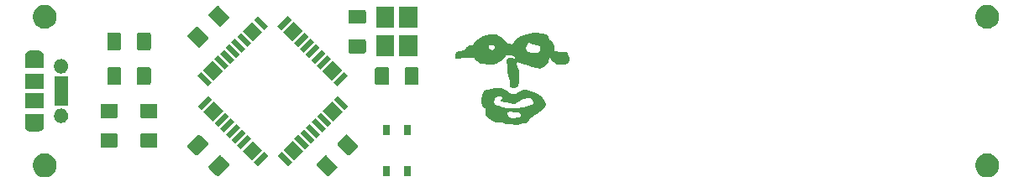
<source format=gbs>
G04 #@! TF.GenerationSoftware,KiCad,Pcbnew,(5.0.1-3-g963ef8bb5)*
G04 #@! TF.CreationDate,2019-09-07T00:25:15+09:00*
G04 #@! TF.ProjectId,switch42,73776974636834322E6B696361645F70,rev?*
G04 #@! TF.SameCoordinates,Original*
G04 #@! TF.FileFunction,Soldermask,Bot*
G04 #@! TF.FilePolarity,Negative*
%FSLAX46Y46*%
G04 Gerber Fmt 4.6, Leading zero omitted, Abs format (unit mm)*
G04 Created by KiCad (PCBNEW (5.0.1-3-g963ef8bb5)) date 2019 September 07, Saturday 00:25:15*
%MOMM*%
%LPD*%
G01*
G04 APERTURE LIST*
%ADD10C,0.010000*%
%ADD11C,0.100000*%
G04 APERTURE END LIST*
D10*
G04 #@! TO.C,G\002A\002A\002A*
G36*
X112474389Y-48718353D02*
X112229898Y-48747324D01*
X112196436Y-48752905D01*
X111829336Y-48832178D01*
X111500972Y-48936197D01*
X111211418Y-49064920D01*
X110960746Y-49218308D01*
X110749029Y-49396319D01*
X110576337Y-49598913D01*
X110508005Y-49703738D01*
X110460710Y-49780856D01*
X110421065Y-49830450D01*
X110378383Y-49856015D01*
X110321974Y-49861046D01*
X110241152Y-49849038D01*
X110135010Y-49825712D01*
X109997196Y-49790785D01*
X109892960Y-49753484D01*
X109809940Y-49706725D01*
X109735774Y-49643427D01*
X109658099Y-49556505D01*
X109651804Y-49548857D01*
X109491868Y-49378643D01*
X109303808Y-49219751D01*
X109099466Y-49080407D01*
X108890685Y-48968837D01*
X108722261Y-48903143D01*
X108513943Y-48856068D01*
X108300682Y-48846901D01*
X108071879Y-48875298D01*
X108043351Y-48881113D01*
X107742785Y-48962204D01*
X107453837Y-49074224D01*
X107182846Y-49213369D01*
X106936151Y-49375830D01*
X106720094Y-49557802D01*
X106541013Y-49755478D01*
X106503718Y-49805564D01*
X106402584Y-49947291D01*
X106217100Y-49971780D01*
X106073562Y-49999660D01*
X105943554Y-50041320D01*
X105902101Y-50059634D01*
X105827454Y-50101144D01*
X105769562Y-50148698D01*
X105714666Y-50215424D01*
X105670824Y-50280307D01*
X105618339Y-50355395D01*
X105570034Y-50414026D01*
X105534604Y-50445903D01*
X105528795Y-50448482D01*
X105453199Y-50467794D01*
X105352824Y-50491957D01*
X105239495Y-50518298D01*
X105125040Y-50544142D01*
X105021283Y-50566813D01*
X104940051Y-50583639D01*
X104896279Y-50591529D01*
X104821241Y-50612806D01*
X104755732Y-50647801D01*
X104753719Y-50649354D01*
X104702743Y-50710245D01*
X104661272Y-50798203D01*
X104631598Y-50900854D01*
X104616011Y-51005829D01*
X104616805Y-51100755D01*
X104636270Y-51173261D01*
X104652453Y-51196007D01*
X104701143Y-51221882D01*
X104782418Y-51233066D01*
X104898904Y-51229450D01*
X105053229Y-51210921D01*
X105248022Y-51177368D01*
X105292254Y-51168808D01*
X105421994Y-51144622D01*
X105532965Y-51127819D01*
X105639246Y-51117230D01*
X105754917Y-51111690D01*
X105894055Y-51110031D01*
X105996527Y-51110427D01*
X106131636Y-51110970D01*
X106255029Y-51110632D01*
X106357386Y-51109502D01*
X106429389Y-51107669D01*
X106456697Y-51106020D01*
X106493718Y-51105963D01*
X106523779Y-51120550D01*
X106555669Y-51157864D01*
X106598174Y-51225991D01*
X106611052Y-51248033D01*
X106708165Y-51398318D01*
X106808506Y-51522703D01*
X106906369Y-51614869D01*
X106987540Y-51665016D01*
X107095983Y-51700725D01*
X107241299Y-51732327D01*
X107414312Y-51759213D01*
X107605843Y-51780770D01*
X107806718Y-51796388D01*
X108007759Y-51805457D01*
X108199789Y-51807366D01*
X108373633Y-51801505D01*
X108520113Y-51787262D01*
X108600027Y-51772327D01*
X108794370Y-51706000D01*
X108994499Y-51603486D01*
X109190635Y-51472079D01*
X109373001Y-51319072D01*
X109531817Y-51151759D01*
X109650222Y-50989045D01*
X109732273Y-50856273D01*
X109884855Y-50856406D01*
X110034994Y-50863094D01*
X110185893Y-50881421D01*
X110328015Y-50909172D01*
X110451823Y-50944130D01*
X110547778Y-50984078D01*
X110603311Y-51023386D01*
X110643424Y-51081324D01*
X110673460Y-51151291D01*
X110688790Y-51217954D01*
X110684786Y-51265978D01*
X110679087Y-51274495D01*
X110647813Y-51284416D01*
X110580060Y-51285774D01*
X110472367Y-51278523D01*
X110392346Y-51270579D01*
X110231105Y-51257648D01*
X110106026Y-51258568D01*
X110008889Y-51274427D01*
X109931472Y-51306315D01*
X109885976Y-51337647D01*
X109843174Y-51400703D01*
X109822950Y-51498853D01*
X109825571Y-51626758D01*
X109851305Y-51779077D01*
X109861714Y-51821632D01*
X109882865Y-51913968D01*
X109897163Y-52006696D01*
X109905746Y-52112221D01*
X109909750Y-52242947D01*
X109910436Y-52353489D01*
X109910808Y-52481866D01*
X109913159Y-52581095D01*
X109919346Y-52663525D01*
X109931221Y-52741504D01*
X109950642Y-52827379D01*
X109979461Y-52933498D01*
X110017188Y-53064146D01*
X110059446Y-53212956D01*
X110089813Y-53331613D01*
X110110783Y-53433850D01*
X110124848Y-53533399D01*
X110134501Y-53643993D01*
X110140356Y-53742636D01*
X110147552Y-53860392D01*
X110155695Y-53963252D01*
X110163880Y-54041506D01*
X110171206Y-54085440D01*
X110172595Y-54089497D01*
X110215773Y-54140338D01*
X110294317Y-54174959D01*
X110412038Y-54194783D01*
X110464618Y-54198565D01*
X110563354Y-54201252D01*
X110634070Y-54194825D01*
X110694503Y-54176441D01*
X110741709Y-54154150D01*
X110828154Y-54094857D01*
X110887953Y-54013404D01*
X110896523Y-53996636D01*
X110936379Y-53887119D01*
X110969892Y-53736659D01*
X110996462Y-53550136D01*
X111015488Y-53332431D01*
X111026369Y-53088424D01*
X111028772Y-52922909D01*
X111030345Y-52484182D01*
X110929049Y-52322749D01*
X110849884Y-52182163D01*
X110789562Y-52045500D01*
X110752253Y-51923507D01*
X110741745Y-51839794D01*
X110754582Y-51762999D01*
X110787067Y-51681512D01*
X110830262Y-51614364D01*
X110860439Y-51587059D01*
X110889694Y-51581474D01*
X110939839Y-51591582D01*
X111017296Y-51619332D01*
X111128489Y-51666672D01*
X111140748Y-51672129D01*
X111339176Y-51750041D01*
X111551208Y-51815247D01*
X111645473Y-51838275D01*
X111752879Y-51864814D01*
X111891307Y-51903207D01*
X112048294Y-51949766D01*
X112211376Y-52000800D01*
X112358072Y-52049209D01*
X112524272Y-52104745D01*
X112655725Y-52146137D01*
X112760892Y-52175549D01*
X112848231Y-52195147D01*
X112926203Y-52207096D01*
X112999349Y-52213338D01*
X113097778Y-52217613D01*
X113167713Y-52214513D01*
X113226647Y-52200893D01*
X113292074Y-52173605D01*
X113334167Y-52153120D01*
X113482747Y-52066273D01*
X113623089Y-51959819D01*
X113749348Y-51840476D01*
X113855680Y-51714965D01*
X113936240Y-51590006D01*
X113985186Y-51472317D01*
X113997656Y-51390233D01*
X114003720Y-51344019D01*
X114018486Y-51278546D01*
X114021832Y-51266136D01*
X114043213Y-51208395D01*
X114072238Y-51183839D01*
X114108929Y-51179545D01*
X114184585Y-51194956D01*
X114252260Y-51244644D01*
X114318454Y-51333794D01*
X114332832Y-51358114D01*
X114419323Y-51483630D01*
X114527079Y-51601962D01*
X114642705Y-51699667D01*
X114722531Y-51749295D01*
X114834649Y-51790186D01*
X114989706Y-51820498D01*
X115185622Y-51839954D01*
X115420319Y-51848274D01*
X115462282Y-51848556D01*
X115605763Y-51842885D01*
X115716268Y-51821099D01*
X115805809Y-51777533D01*
X115886395Y-51706518D01*
X115962661Y-51612461D01*
X116016195Y-51536169D01*
X116059310Y-51468045D01*
X116083661Y-51421384D01*
X116085053Y-51417463D01*
X116084199Y-51374742D01*
X116069114Y-51299005D01*
X116042823Y-51200073D01*
X116008350Y-51087765D01*
X115968721Y-50971902D01*
X115926961Y-50862304D01*
X115886095Y-50768792D01*
X115883738Y-50763909D01*
X115833254Y-50660000D01*
X115636982Y-50654587D01*
X115484141Y-50647649D01*
X115323565Y-50635596D01*
X115162104Y-50619441D01*
X115006610Y-50600193D01*
X114863934Y-50578864D01*
X114740928Y-50556463D01*
X114644443Y-50534002D01*
X114581331Y-50512491D01*
X114558990Y-50495578D01*
X114556956Y-50457579D01*
X114563708Y-50389790D01*
X114576535Y-50313612D01*
X114591814Y-50223484D01*
X114592592Y-50199058D01*
X113240621Y-50199058D01*
X113233699Y-50317999D01*
X113190222Y-50442195D01*
X113110001Y-50565663D01*
X113065607Y-50615552D01*
X112944277Y-50740818D01*
X112656947Y-50740477D01*
X112499266Y-50736602D01*
X112357084Y-50726090D01*
X112243937Y-50710037D01*
X112221548Y-50705233D01*
X112096083Y-50664440D01*
X111969316Y-50604086D01*
X111855336Y-50532267D01*
X111768237Y-50457081D01*
X111747922Y-50433078D01*
X111691150Y-50324468D01*
X111671782Y-50205205D01*
X111684636Y-50114792D01*
X111685802Y-50111367D01*
X108613890Y-50111367D01*
X108612414Y-50183388D01*
X108611651Y-50191594D01*
X108596371Y-50269396D01*
X108570490Y-50332845D01*
X108559090Y-50348856D01*
X108482755Y-50402077D01*
X108380521Y-50431407D01*
X108266722Y-50435632D01*
X108155690Y-50413537D01*
X108097800Y-50387954D01*
X108010113Y-50317736D01*
X107951901Y-50228202D01*
X107925540Y-50129628D01*
X107933407Y-50032295D01*
X107977878Y-49946480D01*
X107992114Y-49930860D01*
X108036124Y-49892401D01*
X108080858Y-49872071D01*
X108143500Y-49864307D01*
X108200674Y-49863364D01*
X108339428Y-49874831D01*
X108447443Y-49911872D01*
X108534792Y-49978441D01*
X108557407Y-50003493D01*
X108597781Y-50059123D01*
X108613890Y-50111367D01*
X111685802Y-50111367D01*
X111744321Y-49939507D01*
X111806870Y-49808183D01*
X111873866Y-49718616D01*
X111946894Y-49668603D01*
X112014940Y-49655545D01*
X112069407Y-49664985D01*
X112150077Y-49690045D01*
X112241774Y-49725833D01*
X112265709Y-49736364D01*
X112354338Y-49773766D01*
X112432241Y-49801989D01*
X112485989Y-49816305D01*
X112495377Y-49817182D01*
X112568744Y-49823263D01*
X112670520Y-49839322D01*
X112785248Y-49862079D01*
X112897473Y-49888255D01*
X112991739Y-49914570D01*
X113043958Y-49933573D01*
X113145560Y-50000864D01*
X113211178Y-50091352D01*
X113240621Y-50199058D01*
X114592592Y-50199058D01*
X114593952Y-50156403D01*
X114582273Y-50090950D01*
X114567975Y-50042356D01*
X114490141Y-49860393D01*
X114368111Y-49666461D01*
X114202171Y-49461004D01*
X114164382Y-49419266D01*
X114083073Y-49329611D01*
X114028898Y-49265095D01*
X113996761Y-49217781D01*
X113981568Y-49179733D01*
X113978221Y-49143015D01*
X113978819Y-49130263D01*
X113975630Y-49070748D01*
X113949731Y-49024376D01*
X113906336Y-48983629D01*
X113780159Y-48902118D01*
X113616319Y-48833588D01*
X113421737Y-48778975D01*
X113203333Y-48739211D01*
X112968027Y-48715230D01*
X112722739Y-48707966D01*
X112474389Y-48718353D01*
X112474389Y-48718353D01*
G37*
X112474389Y-48718353D02*
X112229898Y-48747324D01*
X112196436Y-48752905D01*
X111829336Y-48832178D01*
X111500972Y-48936197D01*
X111211418Y-49064920D01*
X110960746Y-49218308D01*
X110749029Y-49396319D01*
X110576337Y-49598913D01*
X110508005Y-49703738D01*
X110460710Y-49780856D01*
X110421065Y-49830450D01*
X110378383Y-49856015D01*
X110321974Y-49861046D01*
X110241152Y-49849038D01*
X110135010Y-49825712D01*
X109997196Y-49790785D01*
X109892960Y-49753484D01*
X109809940Y-49706725D01*
X109735774Y-49643427D01*
X109658099Y-49556505D01*
X109651804Y-49548857D01*
X109491868Y-49378643D01*
X109303808Y-49219751D01*
X109099466Y-49080407D01*
X108890685Y-48968837D01*
X108722261Y-48903143D01*
X108513943Y-48856068D01*
X108300682Y-48846901D01*
X108071879Y-48875298D01*
X108043351Y-48881113D01*
X107742785Y-48962204D01*
X107453837Y-49074224D01*
X107182846Y-49213369D01*
X106936151Y-49375830D01*
X106720094Y-49557802D01*
X106541013Y-49755478D01*
X106503718Y-49805564D01*
X106402584Y-49947291D01*
X106217100Y-49971780D01*
X106073562Y-49999660D01*
X105943554Y-50041320D01*
X105902101Y-50059634D01*
X105827454Y-50101144D01*
X105769562Y-50148698D01*
X105714666Y-50215424D01*
X105670824Y-50280307D01*
X105618339Y-50355395D01*
X105570034Y-50414026D01*
X105534604Y-50445903D01*
X105528795Y-50448482D01*
X105453199Y-50467794D01*
X105352824Y-50491957D01*
X105239495Y-50518298D01*
X105125040Y-50544142D01*
X105021283Y-50566813D01*
X104940051Y-50583639D01*
X104896279Y-50591529D01*
X104821241Y-50612806D01*
X104755732Y-50647801D01*
X104753719Y-50649354D01*
X104702743Y-50710245D01*
X104661272Y-50798203D01*
X104631598Y-50900854D01*
X104616011Y-51005829D01*
X104616805Y-51100755D01*
X104636270Y-51173261D01*
X104652453Y-51196007D01*
X104701143Y-51221882D01*
X104782418Y-51233066D01*
X104898904Y-51229450D01*
X105053229Y-51210921D01*
X105248022Y-51177368D01*
X105292254Y-51168808D01*
X105421994Y-51144622D01*
X105532965Y-51127819D01*
X105639246Y-51117230D01*
X105754917Y-51111690D01*
X105894055Y-51110031D01*
X105996527Y-51110427D01*
X106131636Y-51110970D01*
X106255029Y-51110632D01*
X106357386Y-51109502D01*
X106429389Y-51107669D01*
X106456697Y-51106020D01*
X106493718Y-51105963D01*
X106523779Y-51120550D01*
X106555669Y-51157864D01*
X106598174Y-51225991D01*
X106611052Y-51248033D01*
X106708165Y-51398318D01*
X106808506Y-51522703D01*
X106906369Y-51614869D01*
X106987540Y-51665016D01*
X107095983Y-51700725D01*
X107241299Y-51732327D01*
X107414312Y-51759213D01*
X107605843Y-51780770D01*
X107806718Y-51796388D01*
X108007759Y-51805457D01*
X108199789Y-51807366D01*
X108373633Y-51801505D01*
X108520113Y-51787262D01*
X108600027Y-51772327D01*
X108794370Y-51706000D01*
X108994499Y-51603486D01*
X109190635Y-51472079D01*
X109373001Y-51319072D01*
X109531817Y-51151759D01*
X109650222Y-50989045D01*
X109732273Y-50856273D01*
X109884855Y-50856406D01*
X110034994Y-50863094D01*
X110185893Y-50881421D01*
X110328015Y-50909172D01*
X110451823Y-50944130D01*
X110547778Y-50984078D01*
X110603311Y-51023386D01*
X110643424Y-51081324D01*
X110673460Y-51151291D01*
X110688790Y-51217954D01*
X110684786Y-51265978D01*
X110679087Y-51274495D01*
X110647813Y-51284416D01*
X110580060Y-51285774D01*
X110472367Y-51278523D01*
X110392346Y-51270579D01*
X110231105Y-51257648D01*
X110106026Y-51258568D01*
X110008889Y-51274427D01*
X109931472Y-51306315D01*
X109885976Y-51337647D01*
X109843174Y-51400703D01*
X109822950Y-51498853D01*
X109825571Y-51626758D01*
X109851305Y-51779077D01*
X109861714Y-51821632D01*
X109882865Y-51913968D01*
X109897163Y-52006696D01*
X109905746Y-52112221D01*
X109909750Y-52242947D01*
X109910436Y-52353489D01*
X109910808Y-52481866D01*
X109913159Y-52581095D01*
X109919346Y-52663525D01*
X109931221Y-52741504D01*
X109950642Y-52827379D01*
X109979461Y-52933498D01*
X110017188Y-53064146D01*
X110059446Y-53212956D01*
X110089813Y-53331613D01*
X110110783Y-53433850D01*
X110124848Y-53533399D01*
X110134501Y-53643993D01*
X110140356Y-53742636D01*
X110147552Y-53860392D01*
X110155695Y-53963252D01*
X110163880Y-54041506D01*
X110171206Y-54085440D01*
X110172595Y-54089497D01*
X110215773Y-54140338D01*
X110294317Y-54174959D01*
X110412038Y-54194783D01*
X110464618Y-54198565D01*
X110563354Y-54201252D01*
X110634070Y-54194825D01*
X110694503Y-54176441D01*
X110741709Y-54154150D01*
X110828154Y-54094857D01*
X110887953Y-54013404D01*
X110896523Y-53996636D01*
X110936379Y-53887119D01*
X110969892Y-53736659D01*
X110996462Y-53550136D01*
X111015488Y-53332431D01*
X111026369Y-53088424D01*
X111028772Y-52922909D01*
X111030345Y-52484182D01*
X110929049Y-52322749D01*
X110849884Y-52182163D01*
X110789562Y-52045500D01*
X110752253Y-51923507D01*
X110741745Y-51839794D01*
X110754582Y-51762999D01*
X110787067Y-51681512D01*
X110830262Y-51614364D01*
X110860439Y-51587059D01*
X110889694Y-51581474D01*
X110939839Y-51591582D01*
X111017296Y-51619332D01*
X111128489Y-51666672D01*
X111140748Y-51672129D01*
X111339176Y-51750041D01*
X111551208Y-51815247D01*
X111645473Y-51838275D01*
X111752879Y-51864814D01*
X111891307Y-51903207D01*
X112048294Y-51949766D01*
X112211376Y-52000800D01*
X112358072Y-52049209D01*
X112524272Y-52104745D01*
X112655725Y-52146137D01*
X112760892Y-52175549D01*
X112848231Y-52195147D01*
X112926203Y-52207096D01*
X112999349Y-52213338D01*
X113097778Y-52217613D01*
X113167713Y-52214513D01*
X113226647Y-52200893D01*
X113292074Y-52173605D01*
X113334167Y-52153120D01*
X113482747Y-52066273D01*
X113623089Y-51959819D01*
X113749348Y-51840476D01*
X113855680Y-51714965D01*
X113936240Y-51590006D01*
X113985186Y-51472317D01*
X113997656Y-51390233D01*
X114003720Y-51344019D01*
X114018486Y-51278546D01*
X114021832Y-51266136D01*
X114043213Y-51208395D01*
X114072238Y-51183839D01*
X114108929Y-51179545D01*
X114184585Y-51194956D01*
X114252260Y-51244644D01*
X114318454Y-51333794D01*
X114332832Y-51358114D01*
X114419323Y-51483630D01*
X114527079Y-51601962D01*
X114642705Y-51699667D01*
X114722531Y-51749295D01*
X114834649Y-51790186D01*
X114989706Y-51820498D01*
X115185622Y-51839954D01*
X115420319Y-51848274D01*
X115462282Y-51848556D01*
X115605763Y-51842885D01*
X115716268Y-51821099D01*
X115805809Y-51777533D01*
X115886395Y-51706518D01*
X115962661Y-51612461D01*
X116016195Y-51536169D01*
X116059310Y-51468045D01*
X116083661Y-51421384D01*
X116085053Y-51417463D01*
X116084199Y-51374742D01*
X116069114Y-51299005D01*
X116042823Y-51200073D01*
X116008350Y-51087765D01*
X115968721Y-50971902D01*
X115926961Y-50862304D01*
X115886095Y-50768792D01*
X115883738Y-50763909D01*
X115833254Y-50660000D01*
X115636982Y-50654587D01*
X115484141Y-50647649D01*
X115323565Y-50635596D01*
X115162104Y-50619441D01*
X115006610Y-50600193D01*
X114863934Y-50578864D01*
X114740928Y-50556463D01*
X114644443Y-50534002D01*
X114581331Y-50512491D01*
X114558990Y-50495578D01*
X114556956Y-50457579D01*
X114563708Y-50389790D01*
X114576535Y-50313612D01*
X114591814Y-50223484D01*
X114592592Y-50199058D01*
X113240621Y-50199058D01*
X113233699Y-50317999D01*
X113190222Y-50442195D01*
X113110001Y-50565663D01*
X113065607Y-50615552D01*
X112944277Y-50740818D01*
X112656947Y-50740477D01*
X112499266Y-50736602D01*
X112357084Y-50726090D01*
X112243937Y-50710037D01*
X112221548Y-50705233D01*
X112096083Y-50664440D01*
X111969316Y-50604086D01*
X111855336Y-50532267D01*
X111768237Y-50457081D01*
X111747922Y-50433078D01*
X111691150Y-50324468D01*
X111671782Y-50205205D01*
X111684636Y-50114792D01*
X111685802Y-50111367D01*
X108613890Y-50111367D01*
X108612414Y-50183388D01*
X108611651Y-50191594D01*
X108596371Y-50269396D01*
X108570490Y-50332845D01*
X108559090Y-50348856D01*
X108482755Y-50402077D01*
X108380521Y-50431407D01*
X108266722Y-50435632D01*
X108155690Y-50413537D01*
X108097800Y-50387954D01*
X108010113Y-50317736D01*
X107951901Y-50228202D01*
X107925540Y-50129628D01*
X107933407Y-50032295D01*
X107977878Y-49946480D01*
X107992114Y-49930860D01*
X108036124Y-49892401D01*
X108080858Y-49872071D01*
X108143500Y-49864307D01*
X108200674Y-49863364D01*
X108339428Y-49874831D01*
X108447443Y-49911872D01*
X108534792Y-49978441D01*
X108557407Y-50003493D01*
X108597781Y-50059123D01*
X108613890Y-50111367D01*
X111685802Y-50111367D01*
X111744321Y-49939507D01*
X111806870Y-49808183D01*
X111873866Y-49718616D01*
X111946894Y-49668603D01*
X112014940Y-49655545D01*
X112069407Y-49664985D01*
X112150077Y-49690045D01*
X112241774Y-49725833D01*
X112265709Y-49736364D01*
X112354338Y-49773766D01*
X112432241Y-49801989D01*
X112485989Y-49816305D01*
X112495377Y-49817182D01*
X112568744Y-49823263D01*
X112670520Y-49839322D01*
X112785248Y-49862079D01*
X112897473Y-49888255D01*
X112991739Y-49914570D01*
X113043958Y-49933573D01*
X113145560Y-50000864D01*
X113211178Y-50091352D01*
X113240621Y-50199058D01*
X114592592Y-50199058D01*
X114593952Y-50156403D01*
X114582273Y-50090950D01*
X114567975Y-50042356D01*
X114490141Y-49860393D01*
X114368111Y-49666461D01*
X114202171Y-49461004D01*
X114164382Y-49419266D01*
X114083073Y-49329611D01*
X114028898Y-49265095D01*
X113996761Y-49217781D01*
X113981568Y-49179733D01*
X113978221Y-49143015D01*
X113978819Y-49130263D01*
X113975630Y-49070748D01*
X113949731Y-49024376D01*
X113906336Y-48983629D01*
X113780159Y-48902118D01*
X113616319Y-48833588D01*
X113421737Y-48778975D01*
X113203333Y-48739211D01*
X112968027Y-48715230D01*
X112722739Y-48707966D01*
X112474389Y-48718353D01*
G36*
X108854099Y-54257077D02*
X108703517Y-54273740D01*
X108533148Y-54299280D01*
X108352630Y-54331731D01*
X108171604Y-54369123D01*
X107999708Y-54409488D01*
X107846583Y-54450860D01*
X107721867Y-54491270D01*
X107647527Y-54522324D01*
X107556659Y-54576512D01*
X107495390Y-54638250D01*
X107467108Y-54683110D01*
X107432450Y-54762646D01*
X107394611Y-54876062D01*
X107356570Y-55011469D01*
X107321304Y-55156976D01*
X107291793Y-55300695D01*
X107271016Y-55430737D01*
X107264379Y-55492256D01*
X107258889Y-55605429D01*
X107265043Y-55703517D01*
X107286305Y-55794537D01*
X107326137Y-55886507D01*
X107388003Y-55987443D01*
X107475365Y-56105361D01*
X107590189Y-56246485D01*
X107663437Y-56337566D01*
X107708190Y-56402310D01*
X107728374Y-56447273D01*
X107728440Y-56477394D01*
X107711968Y-56559512D01*
X107702215Y-56665196D01*
X107699815Y-56775583D01*
X107705402Y-56871811D01*
X107713622Y-56917852D01*
X107772735Y-57057748D01*
X107867141Y-57186953D01*
X107955708Y-57268336D01*
X108010955Y-57305791D01*
X108096889Y-57358557D01*
X108203258Y-57420573D01*
X108319811Y-57485775D01*
X108363733Y-57509639D01*
X108675072Y-57677333D01*
X109021436Y-57678763D01*
X109367800Y-57680192D01*
X109540982Y-57777726D01*
X109639331Y-57830036D01*
X109717956Y-57860609D01*
X109792405Y-57871491D01*
X109878223Y-57864729D01*
X109990957Y-57842369D01*
X110006073Y-57838954D01*
X110086620Y-57821804D01*
X110147916Y-57814263D01*
X110206301Y-57816948D01*
X110278116Y-57830474D01*
X110368540Y-57852630D01*
X110529508Y-57886091D01*
X110691183Y-57906709D01*
X110840701Y-57913574D01*
X110965197Y-57905777D01*
X111007254Y-57897831D01*
X111076861Y-57878304D01*
X111169327Y-57849119D01*
X111261254Y-57817772D01*
X111371207Y-57783980D01*
X111492803Y-57754537D01*
X111581305Y-57738657D01*
X111703004Y-57713412D01*
X111804628Y-57669936D01*
X111896669Y-57601237D01*
X111989617Y-57500323D01*
X112043248Y-57430830D01*
X112111637Y-57343177D01*
X112182989Y-57259495D01*
X112244333Y-57194822D01*
X112256982Y-57183031D01*
X112286092Y-57157338D01*
X112315134Y-57133086D01*
X112348883Y-57106988D01*
X112392114Y-57075755D01*
X112449604Y-57036100D01*
X112460865Y-57028541D01*
X111235788Y-57028541D01*
X111226335Y-57118329D01*
X111193995Y-57180923D01*
X111166924Y-57206559D01*
X111133152Y-57227741D01*
X111087455Y-57245351D01*
X111024606Y-57260272D01*
X110939380Y-57273386D01*
X110826550Y-57285575D01*
X110680891Y-57297720D01*
X110497176Y-57310704D01*
X110379164Y-57318448D01*
X110327112Y-57315592D01*
X110252214Y-57304631D01*
X110211639Y-57296698D01*
X110090757Y-57248520D01*
X109983373Y-57163514D01*
X109898724Y-57050838D01*
X109851376Y-56939558D01*
X109831405Y-56833488D01*
X109844628Y-56751289D01*
X109894502Y-56681498D01*
X109940868Y-56642715D01*
X109977874Y-56619842D01*
X110021172Y-56605802D01*
X110082200Y-56598806D01*
X110172400Y-56597065D01*
X110229505Y-56597572D01*
X110344540Y-56601952D01*
X110477065Y-56611496D01*
X110617166Y-56624992D01*
X110754927Y-56641226D01*
X110880435Y-56658985D01*
X110983775Y-56677054D01*
X111055033Y-56694222D01*
X111072829Y-56700789D01*
X111137046Y-56751712D01*
X111187824Y-56832080D01*
X111221845Y-56928741D01*
X111235788Y-57028541D01*
X112460865Y-57028541D01*
X112526127Y-56984736D01*
X112626461Y-56918374D01*
X112755379Y-56833728D01*
X112917659Y-56727509D01*
X112938399Y-56713944D01*
X113115690Y-56592033D01*
X113278210Y-56468711D01*
X113420478Y-56348808D01*
X113537013Y-56237152D01*
X113622333Y-56138573D01*
X113662788Y-56075648D01*
X113695477Y-55988763D01*
X113701073Y-55900761D01*
X113678265Y-55801614D01*
X113670462Y-55783738D01*
X112565891Y-55783738D01*
X112543051Y-55848303D01*
X112474742Y-55906609D01*
X112361285Y-55958428D01*
X112290876Y-55980931D01*
X112207619Y-56005135D01*
X112095221Y-56038179D01*
X111968770Y-56075612D01*
X111850072Y-56110975D01*
X111535580Y-56199538D01*
X111258283Y-56266100D01*
X111019366Y-56310390D01*
X110903345Y-56325307D01*
X110777083Y-56335238D01*
X110624444Y-56342298D01*
X110456521Y-56346456D01*
X110284403Y-56347685D01*
X110119182Y-56345955D01*
X109971949Y-56341239D01*
X109853794Y-56333507D01*
X109806527Y-56328144D01*
X109646804Y-56300371D01*
X109472081Y-56261120D01*
X109291048Y-56213169D01*
X109112392Y-56159295D01*
X108944804Y-56102275D01*
X108796972Y-56044885D01*
X108677587Y-55989902D01*
X108597577Y-55941793D01*
X108515066Y-55856163D01*
X108470253Y-55748531D01*
X108461657Y-55614915D01*
X108464237Y-55583921D01*
X108500991Y-55421740D01*
X108575613Y-55283974D01*
X108689516Y-55168770D01*
X108844115Y-55074275D01*
X108858290Y-55067552D01*
X108947777Y-55030313D01*
X109018252Y-55015577D01*
X109089756Y-55021199D01*
X109151358Y-55036154D01*
X109246534Y-55078598D01*
X109314076Y-55140359D01*
X109350710Y-55212995D01*
X109353161Y-55288065D01*
X109318154Y-55357128D01*
X109286982Y-55385742D01*
X109232614Y-55440942D01*
X109221327Y-55491410D01*
X109253282Y-55532701D01*
X109281209Y-55546866D01*
X109325258Y-55559318D01*
X109405463Y-55577341D01*
X109512414Y-55598995D01*
X109636700Y-55622340D01*
X109714163Y-55636090D01*
X109855893Y-55661911D01*
X109996987Y-55689752D01*
X110124328Y-55716882D01*
X110224801Y-55740570D01*
X110256336Y-55748978D01*
X110370501Y-55778451D01*
X110466752Y-55794319D01*
X110553642Y-55794421D01*
X110639722Y-55776598D01*
X110733546Y-55738687D01*
X110843667Y-55678530D01*
X110978638Y-55593966D01*
X111046836Y-55549303D01*
X111256073Y-55421387D01*
X111445910Y-55327896D01*
X111624014Y-55265838D01*
X111798052Y-55232220D01*
X111876200Y-55225620D01*
X111994554Y-55223545D01*
X112094356Y-55229780D01*
X112156916Y-55241934D01*
X112234458Y-55284713D01*
X112318896Y-55358742D01*
X112402084Y-55453229D01*
X112475875Y-55557380D01*
X112532122Y-55660403D01*
X112562678Y-55751504D01*
X112565891Y-55783738D01*
X113670462Y-55783738D01*
X113625744Y-55681295D01*
X113606437Y-55644137D01*
X113444019Y-55386496D01*
X113248186Y-55158479D01*
X113022395Y-54963523D01*
X112770100Y-54805064D01*
X112754416Y-54796906D01*
X112509897Y-54684422D01*
X112257897Y-54593010D01*
X112009031Y-54525637D01*
X111773909Y-54485271D01*
X111601176Y-54474412D01*
X111543975Y-54474736D01*
X111495440Y-54477910D01*
X111448282Y-54486587D01*
X111395210Y-54503425D01*
X111328937Y-54531079D01*
X111242171Y-54572205D01*
X111127624Y-54629458D01*
X111005919Y-54691288D01*
X110838345Y-54775811D01*
X110704292Y-54839575D01*
X110596313Y-54883142D01*
X110506965Y-54907075D01*
X110428802Y-54911938D01*
X110354380Y-54898294D01*
X110276255Y-54866705D01*
X110186981Y-54817736D01*
X110092726Y-54760367D01*
X109875874Y-54627832D01*
X109692256Y-54519373D01*
X109537109Y-54432816D01*
X109405667Y-54365993D01*
X109293165Y-54316732D01*
X109194840Y-54282863D01*
X109105925Y-54262214D01*
X109021658Y-54252616D01*
X108975254Y-54251259D01*
X108854099Y-54257077D01*
X108854099Y-54257077D01*
G37*
X108854099Y-54257077D02*
X108703517Y-54273740D01*
X108533148Y-54299280D01*
X108352630Y-54331731D01*
X108171604Y-54369123D01*
X107999708Y-54409488D01*
X107846583Y-54450860D01*
X107721867Y-54491270D01*
X107647527Y-54522324D01*
X107556659Y-54576512D01*
X107495390Y-54638250D01*
X107467108Y-54683110D01*
X107432450Y-54762646D01*
X107394611Y-54876062D01*
X107356570Y-55011469D01*
X107321304Y-55156976D01*
X107291793Y-55300695D01*
X107271016Y-55430737D01*
X107264379Y-55492256D01*
X107258889Y-55605429D01*
X107265043Y-55703517D01*
X107286305Y-55794537D01*
X107326137Y-55886507D01*
X107388003Y-55987443D01*
X107475365Y-56105361D01*
X107590189Y-56246485D01*
X107663437Y-56337566D01*
X107708190Y-56402310D01*
X107728374Y-56447273D01*
X107728440Y-56477394D01*
X107711968Y-56559512D01*
X107702215Y-56665196D01*
X107699815Y-56775583D01*
X107705402Y-56871811D01*
X107713622Y-56917852D01*
X107772735Y-57057748D01*
X107867141Y-57186953D01*
X107955708Y-57268336D01*
X108010955Y-57305791D01*
X108096889Y-57358557D01*
X108203258Y-57420573D01*
X108319811Y-57485775D01*
X108363733Y-57509639D01*
X108675072Y-57677333D01*
X109021436Y-57678763D01*
X109367800Y-57680192D01*
X109540982Y-57777726D01*
X109639331Y-57830036D01*
X109717956Y-57860609D01*
X109792405Y-57871491D01*
X109878223Y-57864729D01*
X109990957Y-57842369D01*
X110006073Y-57838954D01*
X110086620Y-57821804D01*
X110147916Y-57814263D01*
X110206301Y-57816948D01*
X110278116Y-57830474D01*
X110368540Y-57852630D01*
X110529508Y-57886091D01*
X110691183Y-57906709D01*
X110840701Y-57913574D01*
X110965197Y-57905777D01*
X111007254Y-57897831D01*
X111076861Y-57878304D01*
X111169327Y-57849119D01*
X111261254Y-57817772D01*
X111371207Y-57783980D01*
X111492803Y-57754537D01*
X111581305Y-57738657D01*
X111703004Y-57713412D01*
X111804628Y-57669936D01*
X111896669Y-57601237D01*
X111989617Y-57500323D01*
X112043248Y-57430830D01*
X112111637Y-57343177D01*
X112182989Y-57259495D01*
X112244333Y-57194822D01*
X112256982Y-57183031D01*
X112286092Y-57157338D01*
X112315134Y-57133086D01*
X112348883Y-57106988D01*
X112392114Y-57075755D01*
X112449604Y-57036100D01*
X112460865Y-57028541D01*
X111235788Y-57028541D01*
X111226335Y-57118329D01*
X111193995Y-57180923D01*
X111166924Y-57206559D01*
X111133152Y-57227741D01*
X111087455Y-57245351D01*
X111024606Y-57260272D01*
X110939380Y-57273386D01*
X110826550Y-57285575D01*
X110680891Y-57297720D01*
X110497176Y-57310704D01*
X110379164Y-57318448D01*
X110327112Y-57315592D01*
X110252214Y-57304631D01*
X110211639Y-57296698D01*
X110090757Y-57248520D01*
X109983373Y-57163514D01*
X109898724Y-57050838D01*
X109851376Y-56939558D01*
X109831405Y-56833488D01*
X109844628Y-56751289D01*
X109894502Y-56681498D01*
X109940868Y-56642715D01*
X109977874Y-56619842D01*
X110021172Y-56605802D01*
X110082200Y-56598806D01*
X110172400Y-56597065D01*
X110229505Y-56597572D01*
X110344540Y-56601952D01*
X110477065Y-56611496D01*
X110617166Y-56624992D01*
X110754927Y-56641226D01*
X110880435Y-56658985D01*
X110983775Y-56677054D01*
X111055033Y-56694222D01*
X111072829Y-56700789D01*
X111137046Y-56751712D01*
X111187824Y-56832080D01*
X111221845Y-56928741D01*
X111235788Y-57028541D01*
X112460865Y-57028541D01*
X112526127Y-56984736D01*
X112626461Y-56918374D01*
X112755379Y-56833728D01*
X112917659Y-56727509D01*
X112938399Y-56713944D01*
X113115690Y-56592033D01*
X113278210Y-56468711D01*
X113420478Y-56348808D01*
X113537013Y-56237152D01*
X113622333Y-56138573D01*
X113662788Y-56075648D01*
X113695477Y-55988763D01*
X113701073Y-55900761D01*
X113678265Y-55801614D01*
X113670462Y-55783738D01*
X112565891Y-55783738D01*
X112543051Y-55848303D01*
X112474742Y-55906609D01*
X112361285Y-55958428D01*
X112290876Y-55980931D01*
X112207619Y-56005135D01*
X112095221Y-56038179D01*
X111968770Y-56075612D01*
X111850072Y-56110975D01*
X111535580Y-56199538D01*
X111258283Y-56266100D01*
X111019366Y-56310390D01*
X110903345Y-56325307D01*
X110777083Y-56335238D01*
X110624444Y-56342298D01*
X110456521Y-56346456D01*
X110284403Y-56347685D01*
X110119182Y-56345955D01*
X109971949Y-56341239D01*
X109853794Y-56333507D01*
X109806527Y-56328144D01*
X109646804Y-56300371D01*
X109472081Y-56261120D01*
X109291048Y-56213169D01*
X109112392Y-56159295D01*
X108944804Y-56102275D01*
X108796972Y-56044885D01*
X108677587Y-55989902D01*
X108597577Y-55941793D01*
X108515066Y-55856163D01*
X108470253Y-55748531D01*
X108461657Y-55614915D01*
X108464237Y-55583921D01*
X108500991Y-55421740D01*
X108575613Y-55283974D01*
X108689516Y-55168770D01*
X108844115Y-55074275D01*
X108858290Y-55067552D01*
X108947777Y-55030313D01*
X109018252Y-55015577D01*
X109089756Y-55021199D01*
X109151358Y-55036154D01*
X109246534Y-55078598D01*
X109314076Y-55140359D01*
X109350710Y-55212995D01*
X109353161Y-55288065D01*
X109318154Y-55357128D01*
X109286982Y-55385742D01*
X109232614Y-55440942D01*
X109221327Y-55491410D01*
X109253282Y-55532701D01*
X109281209Y-55546866D01*
X109325258Y-55559318D01*
X109405463Y-55577341D01*
X109512414Y-55598995D01*
X109636700Y-55622340D01*
X109714163Y-55636090D01*
X109855893Y-55661911D01*
X109996987Y-55689752D01*
X110124328Y-55716882D01*
X110224801Y-55740570D01*
X110256336Y-55748978D01*
X110370501Y-55778451D01*
X110466752Y-55794319D01*
X110553642Y-55794421D01*
X110639722Y-55776598D01*
X110733546Y-55738687D01*
X110843667Y-55678530D01*
X110978638Y-55593966D01*
X111046836Y-55549303D01*
X111256073Y-55421387D01*
X111445910Y-55327896D01*
X111624014Y-55265838D01*
X111798052Y-55232220D01*
X111876200Y-55225620D01*
X111994554Y-55223545D01*
X112094356Y-55229780D01*
X112156916Y-55241934D01*
X112234458Y-55284713D01*
X112318896Y-55358742D01*
X112402084Y-55453229D01*
X112475875Y-55557380D01*
X112532122Y-55660403D01*
X112562678Y-55751504D01*
X112565891Y-55783738D01*
X113670462Y-55783738D01*
X113625744Y-55681295D01*
X113606437Y-55644137D01*
X113444019Y-55386496D01*
X113248186Y-55158479D01*
X113022395Y-54963523D01*
X112770100Y-54805064D01*
X112754416Y-54796906D01*
X112509897Y-54684422D01*
X112257897Y-54593010D01*
X112009031Y-54525637D01*
X111773909Y-54485271D01*
X111601176Y-54474412D01*
X111543975Y-54474736D01*
X111495440Y-54477910D01*
X111448282Y-54486587D01*
X111395210Y-54503425D01*
X111328937Y-54531079D01*
X111242171Y-54572205D01*
X111127624Y-54629458D01*
X111005919Y-54691288D01*
X110838345Y-54775811D01*
X110704292Y-54839575D01*
X110596313Y-54883142D01*
X110506965Y-54907075D01*
X110428802Y-54911938D01*
X110354380Y-54898294D01*
X110276255Y-54866705D01*
X110186981Y-54817736D01*
X110092726Y-54760367D01*
X109875874Y-54627832D01*
X109692256Y-54519373D01*
X109537109Y-54432816D01*
X109405667Y-54365993D01*
X109293165Y-54316732D01*
X109194840Y-54282863D01*
X109105925Y-54262214D01*
X109021658Y-54252616D01*
X108975254Y-54251259D01*
X108854099Y-54257077D01*
D11*
G36*
X158606826Y-60923115D02*
X158825212Y-61013573D01*
X159021758Y-61144901D01*
X159188899Y-61312042D01*
X159320227Y-61508588D01*
X159410685Y-61726974D01*
X159456800Y-61958809D01*
X159456800Y-62195191D01*
X159410685Y-62427026D01*
X159320227Y-62645412D01*
X159188899Y-62841958D01*
X159021758Y-63009099D01*
X158825212Y-63140427D01*
X158606826Y-63230885D01*
X158374991Y-63277000D01*
X158138609Y-63277000D01*
X157906774Y-63230885D01*
X157688388Y-63140427D01*
X157491842Y-63009099D01*
X157324701Y-62841958D01*
X157193373Y-62645412D01*
X157102915Y-62427026D01*
X157056800Y-62195191D01*
X157056800Y-61958809D01*
X157102915Y-61726974D01*
X157193373Y-61508588D01*
X157324701Y-61312042D01*
X157491842Y-61144901D01*
X157688388Y-61013573D01*
X157906774Y-60923115D01*
X158138609Y-60877000D01*
X158374991Y-60877000D01*
X158606826Y-60923115D01*
X158606826Y-60923115D01*
G37*
G36*
X63606826Y-60923115D02*
X63825212Y-61013573D01*
X64021758Y-61144901D01*
X64188899Y-61312042D01*
X64320227Y-61508588D01*
X64410685Y-61726974D01*
X64456800Y-61958809D01*
X64456800Y-62195191D01*
X64410685Y-62427026D01*
X64320227Y-62645412D01*
X64188899Y-62841958D01*
X64021758Y-63009099D01*
X63825212Y-63140427D01*
X63606826Y-63230885D01*
X63374991Y-63277000D01*
X63138609Y-63277000D01*
X62906774Y-63230885D01*
X62688388Y-63140427D01*
X62491842Y-63009099D01*
X62324701Y-62841958D01*
X62193373Y-62645412D01*
X62102915Y-62427026D01*
X62056800Y-62195191D01*
X62056800Y-61958809D01*
X62102915Y-61726974D01*
X62193373Y-61508588D01*
X62324701Y-61312042D01*
X62491842Y-61144901D01*
X62688388Y-61013573D01*
X62906774Y-60923115D01*
X63138609Y-60877000D01*
X63374991Y-60877000D01*
X63606826Y-60923115D01*
X63606826Y-60923115D01*
G37*
G36*
X80956350Y-61080070D02*
X80987914Y-61089645D01*
X81017003Y-61105193D01*
X81047274Y-61130037D01*
X81100297Y-61183060D01*
X81100303Y-61183065D01*
X81754377Y-61837139D01*
X81754382Y-61837145D01*
X81807405Y-61890168D01*
X81832249Y-61920439D01*
X81847797Y-61949528D01*
X81857372Y-61981092D01*
X81860604Y-62013916D01*
X81857372Y-62046740D01*
X81847797Y-62078304D01*
X81832249Y-62107393D01*
X81807405Y-62137664D01*
X81754382Y-62190687D01*
X81754377Y-62190693D01*
X80870493Y-63074577D01*
X80870487Y-63074582D01*
X80817464Y-63127605D01*
X80787193Y-63152449D01*
X80758104Y-63167997D01*
X80726540Y-63177572D01*
X80693716Y-63180804D01*
X80660892Y-63177572D01*
X80629328Y-63167997D01*
X80600239Y-63152449D01*
X80569968Y-63127605D01*
X80516945Y-63074582D01*
X80516939Y-63074577D01*
X79862865Y-62420503D01*
X79862860Y-62420497D01*
X79809837Y-62367474D01*
X79784993Y-62337203D01*
X79769445Y-62308114D01*
X79759870Y-62276550D01*
X79756638Y-62243726D01*
X79759870Y-62210902D01*
X79769445Y-62179338D01*
X79784993Y-62150249D01*
X79809837Y-62119978D01*
X79862860Y-62066955D01*
X79862865Y-62066949D01*
X80746749Y-61183065D01*
X80746755Y-61183060D01*
X80799778Y-61130037D01*
X80830049Y-61105193D01*
X80859138Y-61089645D01*
X80890702Y-61080070D01*
X80923526Y-61076838D01*
X80956350Y-61080070D01*
X80956350Y-61080070D01*
G37*
G36*
X91622898Y-61080070D02*
X91654462Y-61089645D01*
X91683551Y-61105193D01*
X91713822Y-61130037D01*
X91766845Y-61183060D01*
X91766851Y-61183065D01*
X92650735Y-62066949D01*
X92650740Y-62066955D01*
X92703763Y-62119978D01*
X92728607Y-62150249D01*
X92744155Y-62179338D01*
X92753730Y-62210902D01*
X92756962Y-62243726D01*
X92753730Y-62276550D01*
X92744155Y-62308114D01*
X92728607Y-62337203D01*
X92703763Y-62367474D01*
X92650740Y-62420497D01*
X92650735Y-62420503D01*
X91996661Y-63074577D01*
X91996655Y-63074582D01*
X91943632Y-63127605D01*
X91913361Y-63152449D01*
X91884272Y-63167997D01*
X91852708Y-63177572D01*
X91819884Y-63180804D01*
X91787060Y-63177572D01*
X91755496Y-63167997D01*
X91726407Y-63152449D01*
X91696136Y-63127605D01*
X91643113Y-63074582D01*
X91643107Y-63074577D01*
X90759223Y-62190693D01*
X90759218Y-62190687D01*
X90706195Y-62137664D01*
X90681351Y-62107393D01*
X90665803Y-62078304D01*
X90656228Y-62046740D01*
X90652996Y-62013916D01*
X90656228Y-61981092D01*
X90665803Y-61949528D01*
X90681351Y-61920439D01*
X90706195Y-61890168D01*
X90759218Y-61837145D01*
X90759223Y-61837139D01*
X91413297Y-61183065D01*
X91413303Y-61183060D01*
X91466326Y-61130037D01*
X91496597Y-61105193D01*
X91525686Y-61089645D01*
X91557250Y-61080070D01*
X91590074Y-61076838D01*
X91622898Y-61080070D01*
X91622898Y-61080070D01*
G37*
G36*
X100156800Y-63177000D02*
X99506800Y-63177000D01*
X99506800Y-62127000D01*
X100156800Y-62127000D01*
X100156800Y-63177000D01*
X100156800Y-63177000D01*
G37*
G36*
X98006800Y-63177000D02*
X97356800Y-63177000D01*
X97356800Y-62127000D01*
X98006800Y-62127000D01*
X98006800Y-63177000D01*
X98006800Y-63177000D01*
G37*
G36*
X85779503Y-61100060D02*
X84718842Y-62160721D01*
X84329933Y-61771812D01*
X85390594Y-60711151D01*
X85779503Y-61100060D01*
X85779503Y-61100060D01*
G37*
G36*
X88183667Y-61771812D02*
X87794758Y-62160721D01*
X86734097Y-61100060D01*
X87123006Y-60711151D01*
X88183667Y-61771812D01*
X88183667Y-61771812D01*
G37*
G36*
X85213818Y-60534374D02*
X84153157Y-61595035D01*
X83198563Y-60640441D01*
X84259224Y-59579780D01*
X85213818Y-60534374D01*
X85213818Y-60534374D01*
G37*
G36*
X89315037Y-60640441D02*
X88360443Y-61595035D01*
X87299782Y-60534374D01*
X88254376Y-59579780D01*
X89315037Y-60640441D01*
X89315037Y-60640441D01*
G37*
G36*
X93726540Y-58976428D02*
X93758104Y-58986003D01*
X93787193Y-59001551D01*
X93817464Y-59026395D01*
X93870487Y-59079418D01*
X93870493Y-59079423D01*
X94754377Y-59963307D01*
X94754382Y-59963313D01*
X94807405Y-60016336D01*
X94832249Y-60046607D01*
X94847797Y-60075696D01*
X94857372Y-60107260D01*
X94860604Y-60140084D01*
X94857372Y-60172908D01*
X94847797Y-60204472D01*
X94832249Y-60233561D01*
X94807405Y-60263832D01*
X94754382Y-60316855D01*
X94754377Y-60316861D01*
X94100303Y-60970935D01*
X94100297Y-60970940D01*
X94047274Y-61023963D01*
X94017003Y-61048807D01*
X93987914Y-61064355D01*
X93956350Y-61073930D01*
X93923526Y-61077162D01*
X93890702Y-61073930D01*
X93859138Y-61064355D01*
X93830049Y-61048807D01*
X93799778Y-61023963D01*
X93746755Y-60970940D01*
X93746749Y-60970935D01*
X92862865Y-60087051D01*
X92862860Y-60087045D01*
X92809837Y-60034022D01*
X92784993Y-60003751D01*
X92769445Y-59974662D01*
X92759870Y-59943098D01*
X92756638Y-59910274D01*
X92759870Y-59877450D01*
X92769445Y-59845886D01*
X92784993Y-59816797D01*
X92809837Y-59786526D01*
X92862860Y-59733503D01*
X92862865Y-59733497D01*
X93516939Y-59079423D01*
X93516945Y-59079418D01*
X93569968Y-59026395D01*
X93600239Y-59001551D01*
X93629328Y-58986003D01*
X93660892Y-58976428D01*
X93693716Y-58973196D01*
X93726540Y-58976428D01*
X93726540Y-58976428D01*
G37*
G36*
X78852708Y-58976428D02*
X78884272Y-58986003D01*
X78913361Y-59001551D01*
X78943632Y-59026395D01*
X78996655Y-59079418D01*
X78996661Y-59079423D01*
X79650735Y-59733497D01*
X79650740Y-59733503D01*
X79703763Y-59786526D01*
X79728607Y-59816797D01*
X79744155Y-59845886D01*
X79753730Y-59877450D01*
X79756962Y-59910274D01*
X79753730Y-59943098D01*
X79744155Y-59974662D01*
X79728607Y-60003751D01*
X79703763Y-60034022D01*
X79650740Y-60087045D01*
X79650735Y-60087051D01*
X78766851Y-60970935D01*
X78766845Y-60970940D01*
X78713822Y-61023963D01*
X78683551Y-61048807D01*
X78654462Y-61064355D01*
X78622898Y-61073930D01*
X78590074Y-61077162D01*
X78557250Y-61073930D01*
X78525686Y-61064355D01*
X78496597Y-61048807D01*
X78466326Y-61023963D01*
X78413303Y-60970940D01*
X78413297Y-60970935D01*
X77759223Y-60316861D01*
X77759218Y-60316855D01*
X77706195Y-60263832D01*
X77681351Y-60233561D01*
X77665803Y-60204472D01*
X77656228Y-60172908D01*
X77652996Y-60140084D01*
X77656228Y-60107260D01*
X77665803Y-60075696D01*
X77681351Y-60046607D01*
X77706195Y-60016336D01*
X77759218Y-59963313D01*
X77759223Y-59963307D01*
X78643107Y-59079423D01*
X78643113Y-59079418D01*
X78696136Y-59026395D01*
X78726407Y-59001551D01*
X78755496Y-58986003D01*
X78787060Y-58976428D01*
X78819884Y-58973196D01*
X78852708Y-58976428D01*
X78852708Y-58976428D01*
G37*
G36*
X89880723Y-60074756D02*
X89491814Y-60463665D01*
X88431153Y-59403004D01*
X88820062Y-59014095D01*
X89880723Y-60074756D01*
X89880723Y-60074756D01*
G37*
G36*
X84082447Y-59403004D02*
X83021786Y-60463665D01*
X82632877Y-60074756D01*
X83693538Y-59014095D01*
X84082447Y-59403004D01*
X84082447Y-59403004D01*
G37*
G36*
X74495764Y-58855837D02*
X74527328Y-58865412D01*
X74556417Y-58880960D01*
X74581914Y-58901886D01*
X74602840Y-58927383D01*
X74618388Y-58956472D01*
X74627963Y-58988036D01*
X74631800Y-59026998D01*
X74631800Y-60102002D01*
X74627963Y-60140964D01*
X74618388Y-60172528D01*
X74602840Y-60201617D01*
X74581914Y-60227114D01*
X74556417Y-60248040D01*
X74527328Y-60263588D01*
X74495764Y-60273163D01*
X74456802Y-60277000D01*
X73056798Y-60277000D01*
X73017836Y-60273163D01*
X72986272Y-60263588D01*
X72957183Y-60248040D01*
X72931686Y-60227114D01*
X72910760Y-60201617D01*
X72895212Y-60172528D01*
X72885637Y-60140964D01*
X72881800Y-60102002D01*
X72881800Y-59026998D01*
X72885637Y-58988036D01*
X72895212Y-58956472D01*
X72910760Y-58927383D01*
X72931686Y-58901886D01*
X72957183Y-58880960D01*
X72986272Y-58865412D01*
X73017836Y-58855837D01*
X73056798Y-58852000D01*
X74456802Y-58852000D01*
X74495764Y-58855837D01*
X74495764Y-58855837D01*
G37*
G36*
X70495764Y-58855837D02*
X70527328Y-58865412D01*
X70556417Y-58880960D01*
X70581914Y-58901886D01*
X70602840Y-58927383D01*
X70618388Y-58956472D01*
X70627963Y-58988036D01*
X70631800Y-59026998D01*
X70631800Y-60102002D01*
X70627963Y-60140964D01*
X70618388Y-60172528D01*
X70602840Y-60201617D01*
X70581914Y-60227114D01*
X70556417Y-60248040D01*
X70527328Y-60263588D01*
X70495764Y-60273163D01*
X70456802Y-60277000D01*
X69056798Y-60277000D01*
X69017836Y-60273163D01*
X68986272Y-60263588D01*
X68957183Y-60248040D01*
X68931686Y-60227114D01*
X68910760Y-60201617D01*
X68895212Y-60172528D01*
X68885637Y-60140964D01*
X68881800Y-60102002D01*
X68881800Y-59026998D01*
X68885637Y-58988036D01*
X68895212Y-58956472D01*
X68910760Y-58927383D01*
X68931686Y-58901886D01*
X68957183Y-58880960D01*
X68986272Y-58865412D01*
X69017836Y-58855837D01*
X69056798Y-58852000D01*
X70456802Y-58852000D01*
X70495764Y-58855837D01*
X70495764Y-58855837D01*
G37*
G36*
X83516762Y-58837318D02*
X82456101Y-59897979D01*
X82067192Y-59509070D01*
X83127853Y-58448409D01*
X83516762Y-58837318D01*
X83516762Y-58837318D01*
G37*
G36*
X90446408Y-59509070D02*
X90057499Y-59897979D01*
X88996838Y-58837318D01*
X89385747Y-58448409D01*
X90446408Y-59509070D01*
X90446408Y-59509070D01*
G37*
G36*
X82951076Y-58271633D02*
X81890415Y-59332294D01*
X81501506Y-58943385D01*
X82562167Y-57882724D01*
X82951076Y-58271633D01*
X82951076Y-58271633D01*
G37*
G36*
X91012094Y-58943385D02*
X90623185Y-59332294D01*
X89562524Y-58271633D01*
X89951433Y-57882724D01*
X91012094Y-58943385D01*
X91012094Y-58943385D01*
G37*
G36*
X100156800Y-59027000D02*
X99506800Y-59027000D01*
X99506800Y-57977000D01*
X100156800Y-57977000D01*
X100156800Y-59027000D01*
X100156800Y-59027000D01*
G37*
G36*
X98006800Y-59027000D02*
X97356800Y-59027000D01*
X97356800Y-57977000D01*
X98006800Y-57977000D01*
X98006800Y-59027000D01*
X98006800Y-59027000D01*
G37*
G36*
X82385391Y-57705947D02*
X81324730Y-58766608D01*
X80935821Y-58377699D01*
X81996482Y-57317038D01*
X82385391Y-57705947D01*
X82385391Y-57705947D01*
G37*
G36*
X91577779Y-58377699D02*
X91188870Y-58766608D01*
X90128209Y-57705947D01*
X90517118Y-57317038D01*
X91577779Y-58377699D01*
X91577779Y-58377699D01*
G37*
G36*
X63169300Y-58041393D02*
X63169901Y-58053632D01*
X63172203Y-58077000D01*
X63169901Y-58100368D01*
X63169300Y-58112607D01*
X63169300Y-58157003D01*
X63161098Y-58189743D01*
X63160618Y-58194621D01*
X63126310Y-58307721D01*
X63070596Y-58411955D01*
X62995617Y-58503317D01*
X62904255Y-58578296D01*
X62800021Y-58634010D01*
X62686921Y-58668318D01*
X62598774Y-58677000D01*
X61839826Y-58677000D01*
X61751679Y-58668318D01*
X61638579Y-58634010D01*
X61534345Y-58578296D01*
X61442983Y-58503317D01*
X61368004Y-58411955D01*
X61312290Y-58307721D01*
X61277982Y-58194621D01*
X61277501Y-58189742D01*
X61272721Y-58165712D01*
X61269300Y-58157454D01*
X61269300Y-58112607D01*
X61268699Y-58100368D01*
X61266397Y-58077000D01*
X61268699Y-58053632D01*
X61269300Y-58041393D01*
X61269300Y-56877000D01*
X63169300Y-56877000D01*
X63169300Y-58041393D01*
X63169300Y-58041393D01*
G37*
G36*
X92143465Y-57812014D02*
X91754556Y-58200923D01*
X90693895Y-57140262D01*
X91082804Y-56751353D01*
X92143465Y-57812014D01*
X92143465Y-57812014D01*
G37*
G36*
X81819705Y-57140262D02*
X80759044Y-58200923D01*
X80370135Y-57812014D01*
X81430796Y-56751353D01*
X81819705Y-57140262D01*
X81819705Y-57140262D01*
G37*
G36*
X65046734Y-56363144D02*
X65130775Y-56379861D01*
X65262716Y-56434513D01*
X65262717Y-56434514D01*
X65381464Y-56513858D01*
X65482442Y-56614836D01*
X65482444Y-56614839D01*
X65561787Y-56733584D01*
X65616439Y-56865525D01*
X65644300Y-57005594D01*
X65644300Y-57148406D01*
X65616439Y-57288475D01*
X65561787Y-57420416D01*
X65495254Y-57519990D01*
X65482442Y-57539164D01*
X65381464Y-57640142D01*
X65381461Y-57640144D01*
X65262716Y-57719487D01*
X65130775Y-57774139D01*
X65046734Y-57790856D01*
X64990708Y-57802000D01*
X64847892Y-57802000D01*
X64791866Y-57790856D01*
X64707825Y-57774139D01*
X64575884Y-57719487D01*
X64457139Y-57640144D01*
X64457136Y-57640142D01*
X64356158Y-57539164D01*
X64343346Y-57519990D01*
X64276813Y-57420416D01*
X64222161Y-57288475D01*
X64194300Y-57148406D01*
X64194300Y-57005594D01*
X64222161Y-56865525D01*
X64276813Y-56733584D01*
X64356156Y-56614839D01*
X64356158Y-56614836D01*
X64457136Y-56513858D01*
X64575883Y-56434514D01*
X64575884Y-56434513D01*
X64707825Y-56379861D01*
X64791866Y-56363144D01*
X64847892Y-56352000D01*
X64990708Y-56352000D01*
X65046734Y-56363144D01*
X65046734Y-56363144D01*
G37*
G36*
X93274835Y-56680643D02*
X92320241Y-57635237D01*
X91259580Y-56574576D01*
X92214174Y-55619982D01*
X93274835Y-56680643D01*
X93274835Y-56680643D01*
G37*
G36*
X81254020Y-56574576D02*
X80193359Y-57635237D01*
X79238765Y-56680643D01*
X80299426Y-55619982D01*
X81254020Y-56574576D01*
X81254020Y-56574576D01*
G37*
G36*
X74495764Y-55880837D02*
X74527328Y-55890412D01*
X74556417Y-55905960D01*
X74581914Y-55926886D01*
X74602840Y-55952383D01*
X74618388Y-55981472D01*
X74627963Y-56013036D01*
X74631800Y-56051998D01*
X74631800Y-57127002D01*
X74627963Y-57165964D01*
X74618388Y-57197528D01*
X74602840Y-57226617D01*
X74581914Y-57252114D01*
X74556417Y-57273040D01*
X74527328Y-57288588D01*
X74495764Y-57298163D01*
X74456802Y-57302000D01*
X73056798Y-57302000D01*
X73017836Y-57298163D01*
X72986272Y-57288588D01*
X72957183Y-57273040D01*
X72931686Y-57252114D01*
X72910760Y-57226617D01*
X72895212Y-57197528D01*
X72885637Y-57165964D01*
X72881800Y-57127002D01*
X72881800Y-56051998D01*
X72885637Y-56013036D01*
X72895212Y-55981472D01*
X72910760Y-55952383D01*
X72931686Y-55926886D01*
X72957183Y-55905960D01*
X72986272Y-55890412D01*
X73017836Y-55880837D01*
X73056798Y-55877000D01*
X74456802Y-55877000D01*
X74495764Y-55880837D01*
X74495764Y-55880837D01*
G37*
G36*
X70495764Y-55880837D02*
X70527328Y-55890412D01*
X70556417Y-55905960D01*
X70581914Y-55926886D01*
X70602840Y-55952383D01*
X70618388Y-55981472D01*
X70627963Y-56013036D01*
X70631800Y-56051998D01*
X70631800Y-57127002D01*
X70627963Y-57165964D01*
X70618388Y-57197528D01*
X70602840Y-57226617D01*
X70581914Y-57252114D01*
X70556417Y-57273040D01*
X70527328Y-57288588D01*
X70495764Y-57298163D01*
X70456802Y-57302000D01*
X69056798Y-57302000D01*
X69017836Y-57298163D01*
X68986272Y-57288588D01*
X68957183Y-57273040D01*
X68931686Y-57252114D01*
X68910760Y-57226617D01*
X68895212Y-57197528D01*
X68885637Y-57165964D01*
X68881800Y-57127002D01*
X68881800Y-56051998D01*
X68885637Y-56013036D01*
X68895212Y-55981472D01*
X68910760Y-55952383D01*
X68931686Y-55926886D01*
X68957183Y-55905960D01*
X68986272Y-55890412D01*
X69017836Y-55880837D01*
X69056798Y-55877000D01*
X70456802Y-55877000D01*
X70495764Y-55880837D01*
X70495764Y-55880837D01*
G37*
G36*
X80122649Y-55443206D02*
X79061988Y-56503867D01*
X78673079Y-56114958D01*
X79733740Y-55054297D01*
X80122649Y-55443206D01*
X80122649Y-55443206D01*
G37*
G36*
X93840521Y-56114958D02*
X93451612Y-56503867D01*
X92390951Y-55443206D01*
X92779860Y-55054297D01*
X93840521Y-56114958D01*
X93840521Y-56114958D01*
G37*
G36*
X63169300Y-56327000D02*
X61269300Y-56327000D01*
X61269300Y-54827000D01*
X63169300Y-54827000D01*
X63169300Y-56327000D01*
X63169300Y-56327000D01*
G37*
G36*
X65594300Y-56077000D02*
X64244300Y-56077000D01*
X64244300Y-53077000D01*
X65594300Y-53077000D01*
X65594300Y-56077000D01*
X65594300Y-56077000D01*
G37*
G36*
X63169300Y-54327000D02*
X61269300Y-54327000D01*
X61269300Y-52827000D01*
X63169300Y-52827000D01*
X63169300Y-54327000D01*
X63169300Y-54327000D01*
G37*
G36*
X80122649Y-53710794D02*
X79733740Y-54099703D01*
X78673079Y-53039042D01*
X79061988Y-52650133D01*
X80122649Y-53710794D01*
X80122649Y-53710794D01*
G37*
G36*
X93840521Y-53039042D02*
X92779860Y-54099703D01*
X92390951Y-53710794D01*
X93451612Y-52650133D01*
X93840521Y-53039042D01*
X93840521Y-53039042D01*
G37*
G36*
X97845764Y-52205837D02*
X97877328Y-52215412D01*
X97906417Y-52230960D01*
X97931914Y-52251886D01*
X97952840Y-52277383D01*
X97968388Y-52306472D01*
X97977963Y-52338036D01*
X97981800Y-52376998D01*
X97981800Y-53777002D01*
X97977963Y-53815964D01*
X97968388Y-53847528D01*
X97952840Y-53876617D01*
X97931914Y-53902114D01*
X97906417Y-53923040D01*
X97877328Y-53938588D01*
X97845764Y-53948163D01*
X97806802Y-53952000D01*
X96731798Y-53952000D01*
X96692836Y-53948163D01*
X96661272Y-53938588D01*
X96632183Y-53923040D01*
X96606686Y-53902114D01*
X96585760Y-53876617D01*
X96570212Y-53847528D01*
X96560637Y-53815964D01*
X96556800Y-53777002D01*
X96556800Y-52376998D01*
X96560637Y-52338036D01*
X96570212Y-52306472D01*
X96585760Y-52277383D01*
X96606686Y-52251886D01*
X96632183Y-52230960D01*
X96661272Y-52215412D01*
X96692836Y-52205837D01*
X96731798Y-52202000D01*
X97806802Y-52202000D01*
X97845764Y-52205837D01*
X97845764Y-52205837D01*
G37*
G36*
X100820764Y-52205837D02*
X100852328Y-52215412D01*
X100881417Y-52230960D01*
X100906914Y-52251886D01*
X100927840Y-52277383D01*
X100943388Y-52306472D01*
X100952963Y-52338036D01*
X100956800Y-52376998D01*
X100956800Y-53777002D01*
X100952963Y-53815964D01*
X100943388Y-53847528D01*
X100927840Y-53876617D01*
X100906914Y-53902114D01*
X100881417Y-53923040D01*
X100852328Y-53938588D01*
X100820764Y-53948163D01*
X100781802Y-53952000D01*
X99706798Y-53952000D01*
X99667836Y-53948163D01*
X99636272Y-53938588D01*
X99607183Y-53923040D01*
X99581686Y-53902114D01*
X99560760Y-53876617D01*
X99545212Y-53847528D01*
X99535637Y-53815964D01*
X99531800Y-53777002D01*
X99531800Y-52376998D01*
X99535637Y-52338036D01*
X99545212Y-52306472D01*
X99560760Y-52277383D01*
X99581686Y-52251886D01*
X99607183Y-52230960D01*
X99636272Y-52215412D01*
X99667836Y-52205837D01*
X99706798Y-52202000D01*
X100781802Y-52202000D01*
X100820764Y-52205837D01*
X100820764Y-52205837D01*
G37*
G36*
X73820764Y-52205837D02*
X73852328Y-52215412D01*
X73881417Y-52230960D01*
X73906914Y-52251886D01*
X73927840Y-52277383D01*
X73943388Y-52306472D01*
X73952963Y-52338036D01*
X73956800Y-52376998D01*
X73956800Y-53777002D01*
X73952963Y-53815964D01*
X73943388Y-53847528D01*
X73927840Y-53876617D01*
X73906914Y-53902114D01*
X73881417Y-53923040D01*
X73852328Y-53938588D01*
X73820764Y-53948163D01*
X73781802Y-53952000D01*
X72706798Y-53952000D01*
X72667836Y-53948163D01*
X72636272Y-53938588D01*
X72607183Y-53923040D01*
X72581686Y-53902114D01*
X72560760Y-53876617D01*
X72545212Y-53847528D01*
X72535637Y-53815964D01*
X72531800Y-53777002D01*
X72531800Y-52376998D01*
X72535637Y-52338036D01*
X72545212Y-52306472D01*
X72560760Y-52277383D01*
X72581686Y-52251886D01*
X72607183Y-52230960D01*
X72636272Y-52215412D01*
X72667836Y-52205837D01*
X72706798Y-52202000D01*
X73781802Y-52202000D01*
X73820764Y-52205837D01*
X73820764Y-52205837D01*
G37*
G36*
X70845764Y-52205837D02*
X70877328Y-52215412D01*
X70906417Y-52230960D01*
X70931914Y-52251886D01*
X70952840Y-52277383D01*
X70968388Y-52306472D01*
X70977963Y-52338036D01*
X70981800Y-52376998D01*
X70981800Y-53777002D01*
X70977963Y-53815964D01*
X70968388Y-53847528D01*
X70952840Y-53876617D01*
X70931914Y-53902114D01*
X70906417Y-53923040D01*
X70877328Y-53938588D01*
X70845764Y-53948163D01*
X70806802Y-53952000D01*
X69731798Y-53952000D01*
X69692836Y-53948163D01*
X69661272Y-53938588D01*
X69632183Y-53923040D01*
X69606686Y-53902114D01*
X69585760Y-53876617D01*
X69570212Y-53847528D01*
X69560637Y-53815964D01*
X69556800Y-53777002D01*
X69556800Y-52376998D01*
X69560637Y-52338036D01*
X69570212Y-52306472D01*
X69585760Y-52277383D01*
X69606686Y-52251886D01*
X69632183Y-52230960D01*
X69661272Y-52215412D01*
X69692836Y-52205837D01*
X69731798Y-52202000D01*
X70806802Y-52202000D01*
X70845764Y-52205837D01*
X70845764Y-52205837D01*
G37*
G36*
X81254020Y-52579424D02*
X80299426Y-53534018D01*
X79238765Y-52473357D01*
X80193359Y-51518763D01*
X81254020Y-52579424D01*
X81254020Y-52579424D01*
G37*
G36*
X93274835Y-52473357D02*
X92214174Y-53534018D01*
X91259580Y-52579424D01*
X92320241Y-51518763D01*
X93274835Y-52473357D01*
X93274835Y-52473357D01*
G37*
G36*
X65046734Y-51363144D02*
X65130775Y-51379861D01*
X65262716Y-51434513D01*
X65262717Y-51434514D01*
X65381464Y-51513858D01*
X65482442Y-51614836D01*
X65482444Y-51614839D01*
X65561787Y-51733584D01*
X65616439Y-51865525D01*
X65644300Y-52005594D01*
X65644300Y-52148406D01*
X65616439Y-52288475D01*
X65561787Y-52420416D01*
X65561786Y-52420417D01*
X65482442Y-52539164D01*
X65381464Y-52640142D01*
X65381461Y-52640144D01*
X65262716Y-52719487D01*
X65130775Y-52774139D01*
X65046734Y-52790856D01*
X64990708Y-52802000D01*
X64847892Y-52802000D01*
X64791866Y-52790856D01*
X64707825Y-52774139D01*
X64575884Y-52719487D01*
X64457139Y-52640144D01*
X64457136Y-52640142D01*
X64356158Y-52539164D01*
X64276814Y-52420417D01*
X64276813Y-52420416D01*
X64222161Y-52288475D01*
X64194300Y-52148406D01*
X64194300Y-52005594D01*
X64222161Y-51865525D01*
X64276813Y-51733584D01*
X64356156Y-51614839D01*
X64356158Y-51614836D01*
X64457136Y-51513858D01*
X64575883Y-51434514D01*
X64575884Y-51434513D01*
X64707825Y-51379861D01*
X64791866Y-51363144D01*
X64847892Y-51352000D01*
X64990708Y-51352000D01*
X65046734Y-51363144D01*
X65046734Y-51363144D01*
G37*
G36*
X92143465Y-51341986D02*
X91082804Y-52402647D01*
X90693895Y-52013738D01*
X91754556Y-50953077D01*
X92143465Y-51341986D01*
X92143465Y-51341986D01*
G37*
G36*
X81819705Y-52013738D02*
X81430796Y-52402647D01*
X80370135Y-51341986D01*
X80759044Y-50953077D01*
X81819705Y-52013738D01*
X81819705Y-52013738D01*
G37*
G36*
X62686921Y-50485682D02*
X62800021Y-50519990D01*
X62904255Y-50575704D01*
X62995617Y-50650683D01*
X63070596Y-50742045D01*
X63126310Y-50846279D01*
X63160618Y-50959379D01*
X63160618Y-50959381D01*
X63161098Y-50964255D01*
X63165879Y-50988288D01*
X63169300Y-50996546D01*
X63169300Y-51041393D01*
X63169901Y-51053632D01*
X63172203Y-51077000D01*
X63169901Y-51100368D01*
X63169300Y-51112607D01*
X63169300Y-52277000D01*
X61269300Y-52277000D01*
X61269300Y-51112607D01*
X61268699Y-51100368D01*
X61266397Y-51077000D01*
X61268699Y-51053632D01*
X61269300Y-51041393D01*
X61269300Y-50996997D01*
X61277502Y-50964255D01*
X61277982Y-50959381D01*
X61277982Y-50959379D01*
X61312290Y-50846279D01*
X61368004Y-50742045D01*
X61442983Y-50650683D01*
X61534345Y-50575704D01*
X61638579Y-50519990D01*
X61751679Y-50485682D01*
X61839826Y-50477000D01*
X62598774Y-50477000D01*
X62686921Y-50485682D01*
X62686921Y-50485682D01*
G37*
G36*
X82385391Y-51448053D02*
X81996482Y-51836962D01*
X80935821Y-50776301D01*
X81324730Y-50387392D01*
X82385391Y-51448053D01*
X82385391Y-51448053D01*
G37*
G36*
X91577779Y-50776301D02*
X90517118Y-51836962D01*
X90128209Y-51448053D01*
X91188870Y-50387392D01*
X91577779Y-50776301D01*
X91577779Y-50776301D01*
G37*
G36*
X82951076Y-50882367D02*
X82562167Y-51271276D01*
X81501506Y-50210615D01*
X81890415Y-49821706D01*
X82951076Y-50882367D01*
X82951076Y-50882367D01*
G37*
G36*
X91012094Y-50210615D02*
X89951433Y-51271276D01*
X89562524Y-50882367D01*
X90623185Y-49821706D01*
X91012094Y-50210615D01*
X91012094Y-50210615D01*
G37*
G36*
X100806800Y-51077000D02*
X99006800Y-51077000D01*
X99006800Y-48977000D01*
X100806800Y-48977000D01*
X100806800Y-51077000D01*
X100806800Y-51077000D01*
G37*
G36*
X98506800Y-51077000D02*
X96706800Y-51077000D01*
X96706800Y-48977000D01*
X98506800Y-48977000D01*
X98506800Y-51077000D01*
X98506800Y-51077000D01*
G37*
G36*
X95495764Y-49355837D02*
X95527328Y-49365412D01*
X95556417Y-49380960D01*
X95581914Y-49401886D01*
X95602840Y-49427383D01*
X95618388Y-49456472D01*
X95627963Y-49488036D01*
X95631800Y-49526998D01*
X95631800Y-50602002D01*
X95627963Y-50640964D01*
X95618388Y-50672528D01*
X95602840Y-50701617D01*
X95581914Y-50727114D01*
X95556417Y-50748040D01*
X95527328Y-50763588D01*
X95495764Y-50773163D01*
X95456802Y-50777000D01*
X94056798Y-50777000D01*
X94017836Y-50773163D01*
X93986272Y-50763588D01*
X93957183Y-50748040D01*
X93931686Y-50727114D01*
X93910760Y-50701617D01*
X93895212Y-50672528D01*
X93885637Y-50640964D01*
X93881800Y-50602002D01*
X93881800Y-49526998D01*
X93885637Y-49488036D01*
X93895212Y-49456472D01*
X93910760Y-49427383D01*
X93931686Y-49401886D01*
X93957183Y-49380960D01*
X93986272Y-49365412D01*
X94017836Y-49355837D01*
X94056798Y-49352000D01*
X95456802Y-49352000D01*
X95495764Y-49355837D01*
X95495764Y-49355837D01*
G37*
G36*
X90446408Y-49644930D02*
X89385747Y-50705591D01*
X88996838Y-50316682D01*
X90057499Y-49256021D01*
X90446408Y-49644930D01*
X90446408Y-49644930D01*
G37*
G36*
X83516762Y-50316682D02*
X83127853Y-50705591D01*
X82067192Y-49644930D01*
X82456101Y-49256021D01*
X83516762Y-50316682D01*
X83516762Y-50316682D01*
G37*
G36*
X70845764Y-48705837D02*
X70877328Y-48715412D01*
X70906417Y-48730960D01*
X70931914Y-48751886D01*
X70952840Y-48777383D01*
X70968388Y-48806472D01*
X70977963Y-48838036D01*
X70981800Y-48876998D01*
X70981800Y-50277002D01*
X70977963Y-50315964D01*
X70968388Y-50347528D01*
X70952840Y-50376617D01*
X70931914Y-50402114D01*
X70906417Y-50423040D01*
X70877328Y-50438588D01*
X70845764Y-50448163D01*
X70806802Y-50452000D01*
X69731798Y-50452000D01*
X69692836Y-50448163D01*
X69661272Y-50438588D01*
X69632183Y-50423040D01*
X69606686Y-50402114D01*
X69585760Y-50376617D01*
X69570212Y-50347528D01*
X69560637Y-50315964D01*
X69556800Y-50277002D01*
X69556800Y-48876998D01*
X69560637Y-48838036D01*
X69570212Y-48806472D01*
X69585760Y-48777383D01*
X69606686Y-48751886D01*
X69632183Y-48730960D01*
X69661272Y-48715412D01*
X69692836Y-48705837D01*
X69731798Y-48702000D01*
X70806802Y-48702000D01*
X70845764Y-48705837D01*
X70845764Y-48705837D01*
G37*
G36*
X73820764Y-48705837D02*
X73852328Y-48715412D01*
X73881417Y-48730960D01*
X73906914Y-48751886D01*
X73927840Y-48777383D01*
X73943388Y-48806472D01*
X73952963Y-48838036D01*
X73956800Y-48876998D01*
X73956800Y-50277002D01*
X73952963Y-50315964D01*
X73943388Y-50347528D01*
X73927840Y-50376617D01*
X73906914Y-50402114D01*
X73881417Y-50423040D01*
X73852328Y-50438588D01*
X73820764Y-50448163D01*
X73781802Y-50452000D01*
X72706798Y-50452000D01*
X72667836Y-50448163D01*
X72636272Y-50438588D01*
X72607183Y-50423040D01*
X72581686Y-50402114D01*
X72560760Y-50376617D01*
X72545212Y-50347528D01*
X72535637Y-50315964D01*
X72531800Y-50277002D01*
X72531800Y-48876998D01*
X72535637Y-48838036D01*
X72545212Y-48806472D01*
X72560760Y-48777383D01*
X72581686Y-48751886D01*
X72607183Y-48730960D01*
X72636272Y-48715412D01*
X72667836Y-48705837D01*
X72706798Y-48702000D01*
X73781802Y-48702000D01*
X73820764Y-48705837D01*
X73820764Y-48705837D01*
G37*
G36*
X78622898Y-48080070D02*
X78654462Y-48089645D01*
X78683551Y-48105193D01*
X78713822Y-48130037D01*
X78766845Y-48183060D01*
X78766851Y-48183065D01*
X79650735Y-49066949D01*
X79650740Y-49066955D01*
X79703763Y-49119978D01*
X79728607Y-49150249D01*
X79744155Y-49179338D01*
X79753730Y-49210902D01*
X79756962Y-49243726D01*
X79753730Y-49276550D01*
X79744155Y-49308114D01*
X79728607Y-49337203D01*
X79703763Y-49367474D01*
X79650740Y-49420497D01*
X79650735Y-49420503D01*
X78996661Y-50074577D01*
X78996655Y-50074582D01*
X78943632Y-50127605D01*
X78913361Y-50152449D01*
X78884272Y-50167997D01*
X78852708Y-50177572D01*
X78819884Y-50180804D01*
X78787060Y-50177572D01*
X78755496Y-50167997D01*
X78726407Y-50152449D01*
X78696136Y-50127605D01*
X78643113Y-50074582D01*
X78643107Y-50074577D01*
X77759223Y-49190693D01*
X77759218Y-49190687D01*
X77706195Y-49137664D01*
X77681351Y-49107393D01*
X77665803Y-49078304D01*
X77656228Y-49046740D01*
X77652996Y-49013916D01*
X77656228Y-48981092D01*
X77665803Y-48949528D01*
X77681351Y-48920439D01*
X77706195Y-48890168D01*
X77759218Y-48837145D01*
X77759223Y-48837139D01*
X78413297Y-48183065D01*
X78413303Y-48183060D01*
X78466326Y-48130037D01*
X78496597Y-48105193D01*
X78525686Y-48089645D01*
X78557250Y-48080070D01*
X78590074Y-48076838D01*
X78622898Y-48080070D01*
X78622898Y-48080070D01*
G37*
G36*
X89880723Y-49079244D02*
X88820062Y-50139905D01*
X88431153Y-49750996D01*
X89491814Y-48690335D01*
X89880723Y-49079244D01*
X89880723Y-49079244D01*
G37*
G36*
X84082447Y-49750996D02*
X83693538Y-50139905D01*
X82632877Y-49079244D01*
X83021786Y-48690335D01*
X84082447Y-49750996D01*
X84082447Y-49750996D01*
G37*
G36*
X85213818Y-48619626D02*
X84259224Y-49574220D01*
X83198563Y-48513559D01*
X84153157Y-47558965D01*
X85213818Y-48619626D01*
X85213818Y-48619626D01*
G37*
G36*
X89315037Y-48513559D02*
X88254376Y-49574220D01*
X87299782Y-48619626D01*
X88360443Y-47558965D01*
X89315037Y-48513559D01*
X89315037Y-48513559D01*
G37*
G36*
X85779503Y-48053940D02*
X85390594Y-48442849D01*
X84329933Y-47382188D01*
X84718842Y-46993279D01*
X85779503Y-48053940D01*
X85779503Y-48053940D01*
G37*
G36*
X88183667Y-47382188D02*
X87123006Y-48442849D01*
X86734097Y-48053940D01*
X87794758Y-46993279D01*
X88183667Y-47382188D01*
X88183667Y-47382188D01*
G37*
G36*
X158606826Y-45923115D02*
X158825212Y-46013573D01*
X159021758Y-46144901D01*
X159188899Y-46312042D01*
X159320227Y-46508588D01*
X159410685Y-46726974D01*
X159456800Y-46958809D01*
X159456800Y-47195191D01*
X159410685Y-47427026D01*
X159320227Y-47645412D01*
X159188899Y-47841958D01*
X159021758Y-48009099D01*
X158825212Y-48140427D01*
X158606826Y-48230885D01*
X158374991Y-48277000D01*
X158138609Y-48277000D01*
X157906774Y-48230885D01*
X157688388Y-48140427D01*
X157491842Y-48009099D01*
X157324701Y-47841958D01*
X157193373Y-47645412D01*
X157102915Y-47427026D01*
X157056800Y-47195191D01*
X157056800Y-46958809D01*
X157102915Y-46726974D01*
X157193373Y-46508588D01*
X157324701Y-46312042D01*
X157491842Y-46144901D01*
X157688388Y-46013573D01*
X157906774Y-45923115D01*
X158138609Y-45877000D01*
X158374991Y-45877000D01*
X158606826Y-45923115D01*
X158606826Y-45923115D01*
G37*
G36*
X63606826Y-45923115D02*
X63825212Y-46013573D01*
X64021758Y-46144901D01*
X64188899Y-46312042D01*
X64320227Y-46508588D01*
X64410685Y-46726974D01*
X64456800Y-46958809D01*
X64456800Y-47195191D01*
X64410685Y-47427026D01*
X64320227Y-47645412D01*
X64188899Y-47841958D01*
X64021758Y-48009099D01*
X63825212Y-48140427D01*
X63606826Y-48230885D01*
X63374991Y-48277000D01*
X63138609Y-48277000D01*
X62906774Y-48230885D01*
X62688388Y-48140427D01*
X62491842Y-48009099D01*
X62324701Y-47841958D01*
X62193373Y-47645412D01*
X62102915Y-47427026D01*
X62056800Y-47195191D01*
X62056800Y-46958809D01*
X62102915Y-46726974D01*
X62193373Y-46508588D01*
X62324701Y-46312042D01*
X62491842Y-46144901D01*
X62688388Y-46013573D01*
X62906774Y-45923115D01*
X63138609Y-45877000D01*
X63374991Y-45877000D01*
X63606826Y-45923115D01*
X63606826Y-45923115D01*
G37*
G36*
X100806800Y-48177000D02*
X99006800Y-48177000D01*
X99006800Y-46077000D01*
X100806800Y-46077000D01*
X100806800Y-48177000D01*
X100806800Y-48177000D01*
G37*
G36*
X98506800Y-48177000D02*
X96706800Y-48177000D01*
X96706800Y-46077000D01*
X98506800Y-46077000D01*
X98506800Y-48177000D01*
X98506800Y-48177000D01*
G37*
G36*
X80726540Y-45976428D02*
X80758104Y-45986003D01*
X80787193Y-46001551D01*
X80817464Y-46026395D01*
X80870487Y-46079418D01*
X80870493Y-46079423D01*
X81754377Y-46963307D01*
X81754382Y-46963313D01*
X81807405Y-47016336D01*
X81832249Y-47046607D01*
X81847797Y-47075696D01*
X81857372Y-47107260D01*
X81860604Y-47140084D01*
X81857372Y-47172908D01*
X81847797Y-47204472D01*
X81832249Y-47233561D01*
X81807405Y-47263832D01*
X81754382Y-47316855D01*
X81754377Y-47316861D01*
X81100303Y-47970935D01*
X81100297Y-47970940D01*
X81047274Y-48023963D01*
X81017003Y-48048807D01*
X80987914Y-48064355D01*
X80956350Y-48073930D01*
X80923526Y-48077162D01*
X80890702Y-48073930D01*
X80859138Y-48064355D01*
X80830049Y-48048807D01*
X80799778Y-48023963D01*
X80746755Y-47970940D01*
X80746749Y-47970935D01*
X79862865Y-47087051D01*
X79862860Y-47087045D01*
X79809837Y-47034022D01*
X79784993Y-47003751D01*
X79769445Y-46974662D01*
X79759870Y-46943098D01*
X79756638Y-46910274D01*
X79759870Y-46877450D01*
X79769445Y-46845886D01*
X79784993Y-46816797D01*
X79809837Y-46786526D01*
X79862860Y-46733503D01*
X79862865Y-46733497D01*
X80516939Y-46079423D01*
X80516945Y-46079418D01*
X80569968Y-46026395D01*
X80600239Y-46001551D01*
X80629328Y-45986003D01*
X80660892Y-45976428D01*
X80693716Y-45973196D01*
X80726540Y-45976428D01*
X80726540Y-45976428D01*
G37*
G36*
X95495764Y-46380837D02*
X95527328Y-46390412D01*
X95556417Y-46405960D01*
X95581914Y-46426886D01*
X95602840Y-46452383D01*
X95618388Y-46481472D01*
X95627963Y-46513036D01*
X95631800Y-46551998D01*
X95631800Y-47627002D01*
X95627963Y-47665964D01*
X95618388Y-47697528D01*
X95602840Y-47726617D01*
X95581914Y-47752114D01*
X95556417Y-47773040D01*
X95527328Y-47788588D01*
X95495764Y-47798163D01*
X95456802Y-47802000D01*
X94056798Y-47802000D01*
X94017836Y-47798163D01*
X93986272Y-47788588D01*
X93957183Y-47773040D01*
X93931686Y-47752114D01*
X93910760Y-47726617D01*
X93895212Y-47697528D01*
X93885637Y-47665964D01*
X93881800Y-47627002D01*
X93881800Y-46551998D01*
X93885637Y-46513036D01*
X93895212Y-46481472D01*
X93910760Y-46452383D01*
X93931686Y-46426886D01*
X93957183Y-46405960D01*
X93986272Y-46390412D01*
X94017836Y-46380837D01*
X94056798Y-46377000D01*
X95456802Y-46377000D01*
X95495764Y-46380837D01*
X95495764Y-46380837D01*
G37*
M02*

</source>
